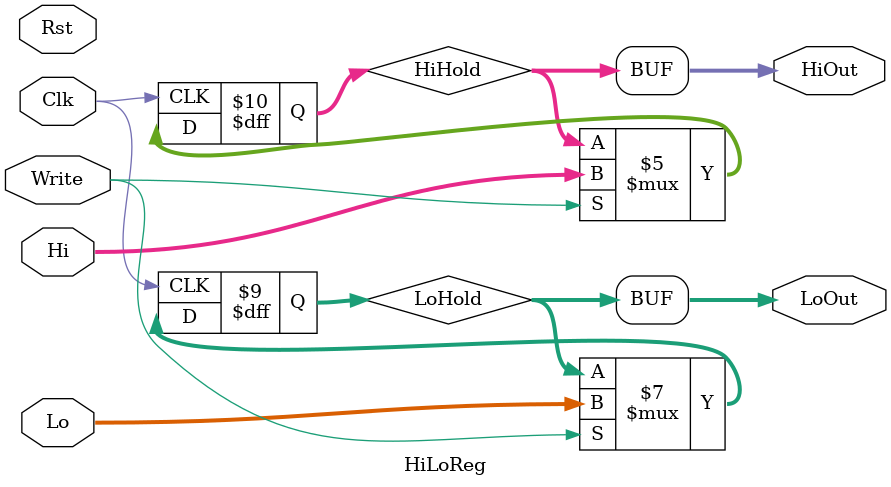
<source format=v>
`timescale 1ns / 1ps


module HiLoReg(Clk, Rst, Write, Lo, Hi, LoOut,HiOut);
    input Write, Clk, Rst;
    input [31:0] Lo, Hi;
    
    output reg [31:0] LoOut, HiOut;
    
    reg [31:0] LoHold, HiHold;
    
    initial begin
     LoHold <= 0;
     HiHold <= 0;
    end

    always @(posedge Clk) begin
          if(Write == 1) begin
            LoHold <= Lo;
            HiHold <= Hi;
          end
          
        end
        
     always@(*) begin
       LoOut <= LoHold;
       HiOut <= HiHold;
     end
endmodule

</source>
